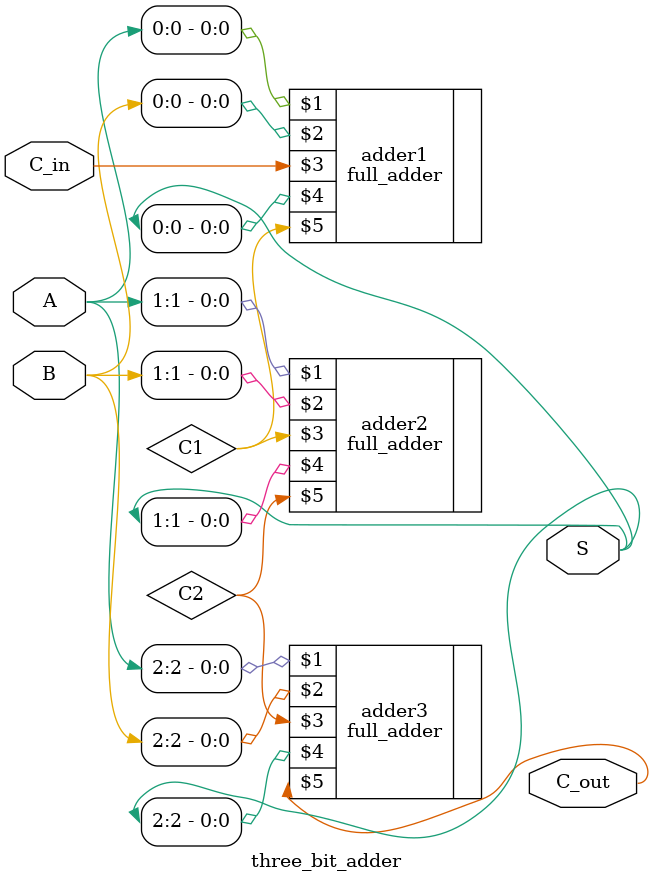
<source format=v>
`timescale 1ns / 1ps

module three_bit_adder(A,B,C_in,S,C_out);
input [2:0] A,B;
input C_in;
wire C1,C2;
output [2:0] S;
output C_out;
full_adder adder1(A[0],B[0],C_in,S[0],C1);
full_adder adder2(A[1],B[1],C1,S[1],C2);
full_adder adder3(A[2],B[2],C2,S[2],C_out);
endmodule

</source>
